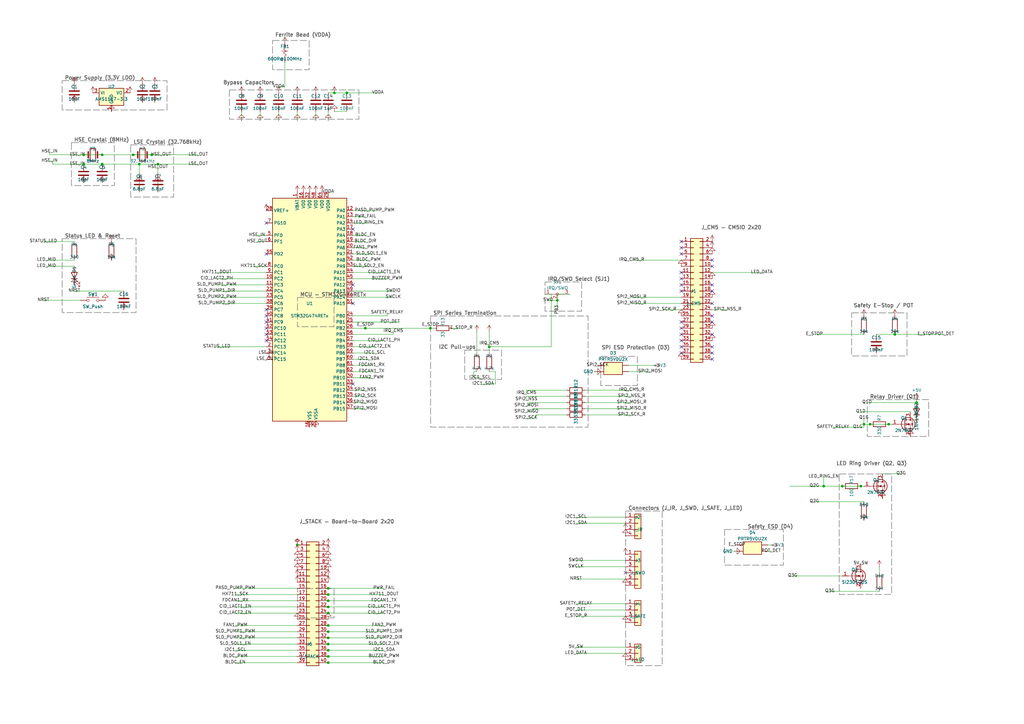
<source format=kicad_sch>
(kicad_sch (version 20250114) (generator "eeschema") (generator_version "9.0")
  (paper "A3")
  (title_block (title "Epicura Controller Board") (date "2026-02-21") (rev "4.1") (company "Epicura / Designed by Cyber_Lord"))
  (lib_symbols
    (symbol "Connector_Generic:Conn_01x02" (pin_names (offset 1.016) (hide yes))
      (property "Reference" "J" (at 0 2.54 0))
      (property "Value" "Conn_01x02" (at 0 -5.08 0))
      (symbol "Conn_01x02_1_1"
        (pin passive line (at -5.08 0 0) (length 3.81) (name "Pin_1") (number "1"))
        (pin passive line (at -5.08 -2.54 0) (length 3.81) (name "Pin_2") (number "2"))
      )
    )
    (symbol "Connector_Generic:Conn_01x03" (pin_names (offset 1.016) (hide yes))
      (property "Reference" "J" (at 0 5.08 0))
      (property "Value" "Conn_01x03" (at 0 -5.08 0))
      (symbol "Conn_01x03_1_1"
        (pin passive line (at -5.08 2.54 0) (length 3.81) (name "Pin_1") (number "1"))
        (pin passive line (at -5.08 0 0) (length 3.81) (name "Pin_2") (number "2"))
        (pin passive line (at -5.08 -2.54 0) (length 3.81) (name "Pin_3") (number "3"))
      )
    )
    (symbol "Connector_Generic:Conn_01x04" (pin_names (offset 1.016) (hide yes))
      (property "Reference" "J" (at 0 5.08 0))
      (property "Value" "Conn_01x04" (at 0 -7.62 0))
      (symbol "Conn_01x04_1_1"
        (pin passive line (at -5.08 2.54 0) (length 3.81) (name "Pin_1") (number "1"))
        (pin passive line (at -5.08 0 0) (length 3.81) (name "Pin_2") (number "2"))
        (pin passive line (at -5.08 -2.54 0) (length 3.81) (name "Pin_3") (number "3"))
        (pin passive line (at -5.08 -5.08 0) (length 3.81) (name "Pin_4") (number "4"))
      )
    )
    (symbol "Connector_Generic:Conn_01x06" (pin_names (offset 1.016) (hide yes))
      (property "Reference" "J" (at 0 7.62 0))
      (property "Value" "Conn_01x06" (at 0 -10.16 0))
      (symbol "Conn_01x06_1_1"
        (pin passive line (at -5.08 5.08 0) (length 3.81) (name "Pin_1") (number "1"))
        (pin passive line (at -5.08 2.54 0) (length 3.81) (name "Pin_2") (number "2"))
        (pin passive line (at -5.08 0 0) (length 3.81) (name "Pin_3") (number "3"))
        (pin passive line (at -5.08 -2.54 0) (length 3.81) (name "Pin_4") (number "4"))
        (pin passive line (at -5.08 -5.08 0) (length 3.81) (name "Pin_5") (number "5"))
        (pin passive line (at -5.08 -7.62 0) (length 3.81) (name "Pin_6") (number "6"))
      )
    )
    (symbol "Connector_Generic:Conn_02x05_Odd_Even" (pin_names (offset 1.02) (hide yes))
      (property "Reference" "J" (at 0 0 0))
      (property "Value" "Conn_02x05" (at 0 -2.54 0))
      (symbol "Conn_02x05_Odd_Even_1_1"
        (pin passive line (at -5.08 5.08 0) (length 3.81) (name "Pin_1") (number "1"))
        (pin passive line (at -5.08 2.54 0) (length 3.81) (name "Pin_3") (number "3"))
        (pin passive line (at -5.08 0 0) (length 3.81) (name "Pin_5") (number "5"))
        (pin passive line (at -5.08 -2.54 0) (length 3.81) (name "Pin_7") (number "7"))
        (pin passive line (at -5.08 -5.08 0) (length 3.81) (name "Pin_9") (number "9"))
        (pin passive line (at 7.62 5.08 180) (length 3.81) (name "Pin_2") (number "2"))
        (pin passive line (at 7.62 2.54 180) (length 3.81) (name "Pin_4") (number "4"))
        (pin passive line (at 7.62 0 180) (length 3.81) (name "Pin_6") (number "6"))
        (pin passive line (at 7.62 -2.54 180) (length 3.81) (name "Pin_8") (number "8"))
        (pin passive line (at 7.62 -5.08 180) (length 3.81) (name "Pin_10") (number "10"))
      )
    )
    (symbol "Connector_Generic:Conn_02x20_Odd_Even" (pin_names (offset 1.016) (hide yes))
      (property "Reference" "J" (at 1.27 25.4 0))
      (property "Value" "Conn_02x20_Odd_Even" (at 1.27 -27.94 0))
      (symbol "Conn_02x20_Odd_Even_1_1"
        (pin passive line (at -5.08 22.86 0) (length 3.81) (name "Pin_1") (number "1"))
        (pin passive line (at -5.08 20.32 0) (length 3.81) (name "Pin_3") (number "3"))
        (pin passive line (at -5.08 17.78 0) (length 3.81) (name "Pin_5") (number "5"))
        (pin passive line (at -5.08 15.24 0) (length 3.81) (name "Pin_7") (number "7"))
        (pin passive line (at -5.08 12.7 0) (length 3.81) (name "Pin_9") (number "9"))
        (pin passive line (at -5.08 10.16 0) (length 3.81) (name "Pin_11") (number "11"))
        (pin passive line (at -5.08 7.62 0) (length 3.81) (name "Pin_13") (number "13"))
        (pin passive line (at -5.08 5.08 0) (length 3.81) (name "Pin_15") (number "15"))
        (pin passive line (at -5.08 2.54 0) (length 3.81) (name "Pin_17") (number "17"))
        (pin passive line (at -5.08 0 0) (length 3.81) (name "Pin_19") (number "19"))
        (pin passive line (at -5.08 -2.54 0) (length 3.81) (name "Pin_21") (number "21"))
        (pin passive line (at -5.08 -5.08 0) (length 3.81) (name "Pin_23") (number "23"))
        (pin passive line (at -5.08 -7.62 0) (length 3.81) (name "Pin_25") (number "25"))
        (pin passive line (at -5.08 -10.16 0) (length 3.81) (name "Pin_27") (number "27"))
        (pin passive line (at -5.08 -12.7 0) (length 3.81) (name "Pin_29") (number "29"))
        (pin passive line (at -5.08 -15.24 0) (length 3.81) (name "Pin_31") (number "31"))
        (pin passive line (at -5.08 -17.78 0) (length 3.81) (name "Pin_33") (number "33"))
        (pin passive line (at -5.08 -20.32 0) (length 3.81) (name "Pin_35") (number "35"))
        (pin passive line (at -5.08 -22.86 0) (length 3.81) (name "Pin_37") (number "37"))
        (pin passive line (at -5.08 -25.4 0) (length 3.81) (name "Pin_39") (number "39"))
        (pin passive line (at 7.62 22.86 180) (length 3.81) (name "Pin_2") (number "2"))
        (pin passive line (at 7.62 20.32 180) (length 3.81) (name "Pin_4") (number "4"))
        (pin passive line (at 7.62 17.78 180) (length 3.81) (name "Pin_6") (number "6"))
        (pin passive line (at 7.62 15.24 180) (length 3.81) (name "Pin_8") (number "8"))
        (pin passive line (at 7.62 12.7 180) (length 3.81) (name "Pin_10") (number "10"))
        (pin passive line (at 7.62 10.16 180) (length 3.81) (name "Pin_12") (number "12"))
        (pin passive line (at 7.62 7.62 180) (length 3.81) (name "Pin_14") (number "14"))
        (pin passive line (at 7.62 5.08 180) (length 3.81) (name "Pin_16") (number "16"))
        (pin passive line (at 7.62 2.54 180) (length 3.81) (name "Pin_18") (number "18"))
        (pin passive line (at 7.62 0 180) (length 3.81) (name "Pin_20") (number "20"))
        (pin passive line (at 7.62 -2.54 180) (length 3.81) (name "Pin_22") (number "22"))
        (pin passive line (at 7.62 -5.08 180) (length 3.81) (name "Pin_24") (number "24"))
        (pin passive line (at 7.62 -7.62 180) (length 3.81) (name "Pin_26") (number "26"))
        (pin passive line (at 7.62 -10.16 180) (length 3.81) (name "Pin_28") (number "28"))
        (pin passive line (at 7.62 -12.7 180) (length 3.81) (name "Pin_30") (number "30"))
        (pin passive line (at 7.62 -15.24 180) (length 3.81) (name "Pin_32") (number "32"))
        (pin passive line (at 7.62 -17.78 180) (length 3.81) (name "Pin_34") (number "34"))
        (pin passive line (at 7.62 -20.32 180) (length 3.81) (name "Pin_36") (number "36"))
        (pin passive line (at 7.62 -22.86 180) (length 3.81) (name "Pin_38") (number "38"))
        (pin passive line (at 7.62 -25.4 180) (length 3.81) (name "Pin_40") (number "40"))
      )
    )
    (symbol "Device:C" (pin_numbers (hide yes)) (pin_names (offset 0.254))
      (property "Reference" "C" (at 0.635 2.54 0))
      (property "Value" "C" (at 0.635 -2.54 0))
      (symbol "C_1_1"
        (pin passive line (at 0 3.81 270) (length 2.794) (name "~") (number "1"))
        (pin passive line (at 0 -3.81 90) (length 2.794) (name "~") (number "2"))
      )
    )
    (symbol "Device:Crystal" (pin_numbers (hide yes)) (pin_names (offset 1.016) (hide yes))
      (property "Reference" "Y" (at 0 3.81 0))
      (property "Value" "Crystal" (at 0 -3.81 0))
      (symbol "Crystal_1_1"
        (pin passive line (at -3.81 0 0) (length 1.27) (name "1") (number "1"))
        (pin passive line (at 3.81 0 180) (length 1.27) (name "2") (number "2"))
      )
    )
    (symbol "Device:FerriteBead" (pin_numbers (hide yes)) (pin_names (offset 1.02) (hide yes))
      (property "Reference" "FB" (at 0 0 0))
      (property "Value" "FerriteBead" (at 0 -2.54 0))
      (symbol "FerriteBead_1_1"
        (pin passive line (at 0 3.81 270) (length 1.27) (name "~") (number "1"))
        (pin passive line (at 0 -3.81 90) (length 1.27) (name "~") (number "2"))
      )
    )
    (symbol "Device:LED" (pin_numbers (hide yes)) (pin_names (offset 1.016) (hide yes))
      (property "Reference" "D" (at 0 2.54 0))
      (property "Value" "LED" (at 0 -2.54 0))
      (symbol "LED_1_1"
        (pin passive line (at -3.81 0 0) (length 2.54) (name "K") (number "1"))
        (pin passive line (at 3.81 0 180) (length 2.54) (name "A") (number "2"))
      )
    )
    (symbol "Device:R" (pin_numbers (hide yes)) (pin_names (offset 0))
      (property "Reference" "R" (at 2.032 0 90))
      (property "Value" "R" (at 0 0 90))
      (symbol "R_1_1"
        (pin passive line (at 0 3.81 270) (length 1.27) (name "~") (number "1"))
        (pin passive line (at 0 -3.81 90) (length 1.27) (name "~") (number "2"))
      )
    )
    (symbol "Diode:1N4148WS" (pin_numbers (hide yes)) (pin_names (hide yes))
      (property "Reference" "D" (at 0 2.54 0))
      (property "Value" "1N4148WS" (at 0 -2.54 0))
      (symbol "1N4148WS_1_1"
        (pin passive line (at -3.81 0 0) (length 2.54) (name "K") (number "1"))
        (pin passive line (at 3.81 0 180) (length 2.54) (name "A") (number "2"))
      )
    )
    (symbol "Diode:PRTR5V0U2X" (pin_numbers (hide yes)) (pin_names (offset 1.016) (hide yes))
      (property "Reference" "D" (at 0 3.81 0))
      (property "Value" "PRTR5V0U2X" (at 0 -3.81 0))
      (symbol "PRTR5V0U2X_1_1"
        (pin passive line (at -6.35 1.27 0) (length 2.54) (name "IO1") (number "2"))
        (pin passive line (at -6.35 -1.27 0) (length 2.54) (name "GND") (number "1"))
        (pin passive line (at 6.35 1.27 180) (length 2.54) (name "VCC") (number "3"))
        (pin passive line (at 6.35 -1.27 180) (length 2.54) (name "IO2") (number "4"))
      )
    )
    (symbol "Jumper:SolderJumper_3_Open" (pin_names (offset 0) (hide yes)) (exclude_from_sim yes) (in_bom no)
      (property "Reference" "SJ" (at 0 3.81 0))
      (property "Value" "SolderJumper_3_Open" (at 0 -3.81 0))
      (symbol "SolderJumper_3_Open_1_1"
        (pin passive line (at -5.08 0 0) (length 2.54) (name "A") (number "1"))
        (pin passive line (at 0 -2.54 90) (length 2.54) (name "C") (number "2"))
        (pin passive line (at 5.08 0 180) (length 2.54) (name "B") (number "3"))
      )
    )
    (symbol "MCU_ST_STM32G4:STM32G474RETx"
      (property "Reference" "U" (at -15.24 46.99 0))
      (property "Value" "STM32G474RETx" (at 10.16 46.99 0))
      (symbol "STM32G474RETx_1_1"
        (pin input line (at -17.78 40.64 0) (length 2.54) (name "VREF+") (number "28"))
        (pin bidirectional line (at -17.78 35.56 0) (length 2.54) (name "PG10") (number "7"))
        (pin bidirectional line (at -17.78 30.48 0) (length 2.54) (name "PF0") (number "5"))
        (pin bidirectional line (at -17.78 27.94 0) (length 2.54) (name "PF1") (number "6"))
        (pin bidirectional line (at -17.78 22.86 0) (length 2.54) (name "PD2") (number "55"))
        (pin bidirectional line (at -17.78 17.78 0) (length 2.54) (name "PC0") (number "8"))
        (pin bidirectional line (at -17.78 15.24 0) (length 2.54) (name "PC1") (number "9"))
        (pin bidirectional line (at -17.78 12.7 0) (length 2.54) (name "PC2") (number "10"))
        (pin bidirectional line (at -17.78 10.16 0) (length 2.54) (name "PC3") (number "11"))
        (pin bidirectional line (at -17.78 7.62 0) (length 2.54) (name "PC4") (number "22"))
        (pin bidirectional line (at -17.78 5.08 0) (length 2.54) (name "PC5") (number "23"))
        (pin bidirectional line (at -17.78 2.54 0) (length 2.54) (name "PC6") (number "38"))
        (pin bidirectional line (at -17.78 0 0) (length 2.54) (name "PC7") (number "39"))
        (pin bidirectional line (at -17.78 -2.54 0) (length 2.54) (name "PC8") (number "40"))
        (pin bidirectional line (at -17.78 -5.08 0) (length 2.54) (name "PC9") (number "41"))
        (pin bidirectional line (at -17.78 -7.62 0) (length 2.54) (name "PC10") (number "52"))
        (pin bidirectional line (at -17.78 -10.16 0) (length 2.54) (name "PC11") (number "53"))
        (pin bidirectional line (at -17.78 -12.7 0) (length 2.54) (name "PC12") (number "54"))
        (pin bidirectional line (at -17.78 -15.24 0) (length 2.54) (name "PC13") (number "2"))
        (pin bidirectional line (at -17.78 -17.78 0) (length 2.54) (name "PC14") (number "3"))
        (pin bidirectional line (at -17.78 -20.32 0) (length 2.54) (name "PC15") (number "4"))
        (pin power_in line (at -5.08 48.26 270) (length 2.54) (name "VBAT") (number "1"))
        (pin power_in line (at -2.54 48.26 270) (length 2.54) (name "VDD") (number "16"))
        (pin power_in line (at 0 48.26 270) (length 2.54) (name "VDD") (number "32"))
        (pin power_in line (at 0 -48.26 90) (length 2.54) (name "VSS") (number "15"))
        (pin passive line (at 0 -48.26 90) (length 2.54) (hide yes) (name "VSS") (number "31"))
        (pin passive line (at 0 -48.26 90) (length 2.54) (hide yes) (name "VSS") (number "47"))
        (pin passive line (at 0 -48.26 90) (length 2.54) (hide yes) (name "VSS") (number "63"))
        (pin power_in line (at 2.54 48.26 270) (length 2.54) (name "VDD") (number "48"))
        (pin power_in line (at 2.54 -48.26 90) (length 2.54) (name "VSSA") (number "27"))
        (pin power_in line (at 5.08 48.26 270) (length 2.54) (name "VDD") (number "64"))
        (pin power_in line (at 7.62 48.26 270) (length 2.54) (name "VDDA") (number "29"))
        (pin bidirectional line (at 17.78 40.64 180) (length 2.54) (name "PA0") (number "12"))
        (pin bidirectional line (at 17.78 38.1 180) (length 2.54) (name "PA1") (number "13"))
        (pin bidirectional line (at 17.78 35.56 180) (length 2.54) (name "PA2") (number "14"))
        (pin bidirectional line (at 17.78 33.02 180) (length 2.54) (name "PA3") (number "17"))
        (pin bidirectional line (at 17.78 30.48 180) (length 2.54) (name "PA4") (number "18"))
        (pin bidirectional line (at 17.78 27.94 180) (length 2.54) (name "PA5") (number "19"))
        (pin bidirectional line (at 17.78 25.4 180) (length 2.54) (name "PA6") (number "20"))
        (pin bidirectional line (at 17.78 22.86 180) (length 2.54) (name "PA7") (number "21"))
        (pin bidirectional line (at 17.78 20.32 180) (length 2.54) (name "PA8") (number "42"))
        (pin bidirectional line (at 17.78 17.78 180) (length 2.54) (name "PA9") (number "43"))
        (pin bidirectional line (at 17.78 15.24 180) (length 2.54) (name "PA10") (number "44"))
        (pin bidirectional line (at 17.78 12.7 180) (length 2.54) (name "PA11") (number "45"))
        (pin bidirectional line (at 17.78 10.16 180) (length 2.54) (name "PA12") (number "46"))
        (pin bidirectional line (at 17.78 7.62 180) (length 2.54) (name "PA13") (number "49"))
        (pin bidirectional line (at 17.78 5.08 180) (length 2.54) (name "PA14") (number "50"))
        (pin bidirectional line (at 17.78 2.54 180) (length 2.54) (name "PA15") (number "51"))
        (pin bidirectional line (at 17.78 -2.54 180) (length 2.54) (name "PB0") (number "24"))
        (pin bidirectional line (at 17.78 -5.08 180) (length 2.54) (name "PB1") (number "25"))
        (pin bidirectional line (at 17.78 -7.62 180) (length 2.54) (name "PB2") (number "26"))
        (pin bidirectional line (at 17.78 -10.16 180) (length 2.54) (name "PB3") (number "56"))
        (pin bidirectional line (at 17.78 -12.7 180) (length 2.54) (name "PB4") (number "57"))
        (pin bidirectional line (at 17.78 -15.24 180) (length 2.54) (name "PB5") (number "58"))
        (pin bidirectional line (at 17.78 -17.78 180) (length 2.54) (name "PB6") (number "59"))
        (pin bidirectional line (at 17.78 -20.32 180) (length 2.54) (name "PB7") (number "60"))
        (pin bidirectional line (at 17.78 -22.86 180) (length 2.54) (name "PB8") (number "61"))
        (pin bidirectional line (at 17.78 -25.4 180) (length 2.54) (name "PB9") (number "62"))
        (pin bidirectional line (at 17.78 -27.94 180) (length 2.54) (name "PB10") (number "30"))
        (pin bidirectional line (at 17.78 -30.48 180) (length 2.54) (name "PB11") (number "33"))
        (pin bidirectional line (at 17.78 -33.02 180) (length 2.54) (name "PB12") (number "34"))
        (pin bidirectional line (at 17.78 -35.56 180) (length 2.54) (name "PB13") (number "35"))
        (pin bidirectional line (at 17.78 -38.1 180) (length 2.54) (name "PB14") (number "36"))
        (pin bidirectional line (at 17.78 -40.64 180) (length 2.54) (name "PB15") (number "37"))
      )
    )
    (symbol "Regulator_Linear:AMS1117-3.3"
      (property "Reference" "U" (at -3.81 3.175 0))
      (property "Value" "AMS1117-3.3" (at 0 3.175 0))
      (symbol "AMS1117-3.3_1_1"
        (pin power_in line (at -7.62 0 0) (length 2.54) (name "VI") (number "3"))
        (pin power_in line (at 0 -7.62 90) (length 2.54) (name "GND") (number "1"))
        (pin power_out line (at 7.62 0 180) (length 2.54) (name "VO") (number "2"))
      )
    )
    (symbol "Switch:SW_Push" (pin_numbers (hide yes)) (pin_names (offset 1.016) (hide yes))
      (property "Reference" "SW" (at 1.27 2.54 0))
      (property "Value" "SW_Push" (at 0 -1.524 0))
      (symbol "SW_Push_0_1"
        (pin passive line (at -5.08 0 0) (length 2.54) (name "1") (number "1"))
        (pin passive line (at 5.08 0 180) (length 2.54) (name "2") (number "2"))
      )
    )
    (symbol "Transistor_FET:2N7002" (pin_names (offset 0) (hide yes))
      (property "Reference" "Q" (at 5.08 1.905 0))
      (property "Value" "2N7002" (at 5.08 0 0))
      (symbol "2N7002_1_1"
        (pin input line (at -5.08 0 0) (length 2.54) (name "G") (number "1"))
        (pin passive line (at 2.54 5.08 270) (length 2.54) (name "D") (number "3"))
        (pin passive line (at 2.54 -5.08 90) (length 2.54) (name "S") (number "2"))
      )
    )
    (symbol "power:+24V" (power) (pin_numbers (hide yes)) (pin_names (offset 0) (hide yes))
      (property "Value" "+24V" (at 0 3.556 0))
      (symbol "+24V_1_1"
        (pin power_in line (at 0 0 90) (length 0) (name "~") (number "1"))
      )
    )
    (symbol "power:+3V3" (power) (pin_numbers (hide yes)) (pin_names (offset 0) (hide yes))
      (property "Value" "+3V3" (at 0 3.556 0))
      (symbol "+3V3_1_1"
        (pin power_in line (at 0 0 90) (length 0) (name "~") (number "1"))
      )
    )
    (symbol "power:+5V" (power) (pin_numbers (hide yes)) (pin_names (offset 0) (hide yes))
      (property "Value" "+5V" (at 0 3.556 0))
      (symbol "+5V_1_1"
        (pin power_in line (at 0 0 90) (length 0) (name "~") (number "1"))
      )
    )
    (symbol "power:GND" (power) (pin_numbers (hide yes)) (pin_names (offset 0) (hide yes))
      (property "Value" "GND" (at 0 -3.81 0))
      (symbol "GND_1_1"
        (pin power_in line (at 0 0 270) (length 0) (name "~") (number "1"))
      )
    )
    (symbol "power:PWR_FLAG" (power) (pin_numbers (hide yes)) (pin_names (offset 0) (hide yes))
      (property "Value" "PWR_FLAG" (at 0 3.81 0))
      (symbol "PWR_FLAG_0_0"
        (pin power_out line (at 0 0 90) (length 0) (name "~") (number "1"))
      )
    )
  )
  (rectangle (start 94.1 36.9) (end 147.2 48.9) (stroke (width 0.25) (type dash) (color 128 128 128 1)))
  (rectangle (start 344.2 194.4) (end 365.7 243.8) (stroke (width 0.25) (type dash) (color 128 128 128 1)))
  (rectangle (start 349.3 128.3) (end 372 146) (stroke (width 0.25) (type dash) (color 128 128 128 1)))
  (rectangle (start 176.6 129.6) (end 241.2 175.2) (stroke (width 0.25) (type dash) (color 128 128 128 1)))
  (rectangle (start 53.61 59.42) (end 71.21 80.82) (stroke (width 0.25) (type dash) (color 128 128 128 1)))
  (rectangle (start 25.5 97.9) (end 55.8 128.2) (stroke (width 0.25) (type dash) (color 128 128 128 1)))
  (rectangle (start 25.5 33.1) (end 68.5 45.1) (stroke (width 0.25) (type dash) (color 128 128 128 1)))
  (rectangle (start 122 122) (end 137 134) (stroke (width 0.25) (type dash) (color 128 128 128 1)))
  (rectangle (start 122 241.4) (end 137 253.4) (stroke (width 0.25) (type dash) (color 128 128 128 1)))
  (rectangle (start 297.18 217.17) (end 321.31 231.8) (stroke (width 0.25) (type dash) (color 128 128 128 1)))
  (rectangle (start 29.3 58.5) (end 46.9 76.1) (stroke (width 0.25) (type dash) (color 128 128 128 1)))
  (rectangle (start 355.7 163.9) (end 380.9 179) (stroke (width 0.25) (type dash) (color 128 128 128 1)))
  (rectangle (start 246.41 146.13) (end 261.41 158.13) (stroke (width 0.25) (type dash) (color 128 128 128 1)))
  (rectangle (start 111.8 16.6) (end 126.8 28.6) (stroke (width 0.25) (type dash) (color 128 128 128 1)))
  (rectangle (start 256.6 209.6) (end 271.6 273) (stroke (width 0.25) (type dash) (color 128 128 128 1)))
  (rectangle (start 190.6 143.6) (end 205.7 155.6) (stroke (width 0.25) (type dash) (color 128 128 128 1)))
  (rectangle (start 223.55 115.63) (end 238.55 127.63) (stroke (width 0.25) (type dash) (color 128 128 128 1)))
  (text "Bypass Capacitors" (at 91.44 34.036 0) (effects (font (size 1.5 1.5) (bold yes)) (justify left)))
  (text "I2C Pull-ups" (at 179.832 142.494 0) (effects (font (size 1.5 1.5) (bold yes)) (justify left)))
  (text "Ferrite Bead (VDDA)" (at 112.776 14.478 0) (effects (font (size 1.5 1.5) (bold yes)) (justify left)))
  (text "SPI Series Termination" (at 177.6 128.6 0) (effects (font (size 1.5 1.5) (bold yes)) (justify left)))
  (text "LED Ring Driver (Q2, Q3)" (at 342.9 190.246 0) (effects (font (size 1.5 1.5) (bold yes)) (justify left)))
  (text "IRQ/SWO Select (SJ1)" (at 224.55 114.63 0) (effects (font (size 1.5 1.5) (bold yes)) (justify left)))
  (text "SPI ESD Protection (D3)" (at 246.634 142.748 0) (effects (font (size 1.5 1.5) (bold yes)) (justify left)))
  (text "HSE Crystal (8MHz)" (at 30.3 57.5 0) (effects (font (size 1.5 1.5) (bold yes)) (justify left)))
  (text "Safety ESD (D4)" (at 306.578 216.154 0) (effects (font (size 1.5 1.5) (bold yes)) (justify left)))
  (text "Safety E-Stop / POT" (at 350.012 125.476 0) (effects (font (size 1.5 1.5) (bold yes)) (justify left)))
  (text "Status LED & Reset" (at 26.5 96.9 0) (effects (font (size 1.5 1.5) (bold yes)) (justify left)))
  (text "J_STACK — Board-to-Board 2x20" (at 122.682 214.122 0) (effects (font (size 1.5 1.5) (bold yes)) (justify left)))
  (text "J_CM5 — CM5IO 2x20" (at 287.528 93.472 0) (effects (font (size 1.5 1.5) (bold yes)) (justify left)))
  (text "Connectors (J_IR, J_SWD, J_SAFE, J_LED)" (at 257.6 208.6 0) (effects (font (size 1.5 1.5) (bold yes)) (justify left)))
  (text "MCU — STM32G474RETx" (at 123 121 0) (effects (font (size 1.5 1.5) (bold yes)) (justify left)))
  (text "Relay Driver (Q1)" (at 356.7 162.9 0) (effects (font (size 1.5 1.5) (bold yes)) (justify left)))
  (text "LSE Crystal (32.768kHz)" (at 54.61 58.42 0) (effects (font (size 1.5 1.5) (bold yes)) (justify left)))
  (text "Power Supply (3.3V LDO)" (at 26.5 32.1 0) (effects (font (size 1.5 1.5) (bold yes)) (justify left)))
  (junction (at 134.62 241.3))
  (junction (at 149.86 134.62))
  (junction (at 176.53 134.62))
  (junction (at 353.06 199.39))
  (junction (at 134.62 261.62))
  (junction (at 364.49 173.99))
  (junction (at 354.33 173.99))
  (junction (at 134.62 246.38))
  (junction (at 137.16 38.1))
  (junction (at 134.62 269.24))
  (junction (at 134.62 266.7))
  (junction (at 57.15 67.31))
  (junction (at 134.62 251.46))
  (junction (at 367.03 137.16))
  (junction (at 142.24 38.1))
  (junction (at 134.62 271.78))
  (junction (at 356.87 173.99))
  (junction (at 134.62 256.54))
  (junction (at 64.77 67.31))
  (junction (at 41.91 67.31))
  (junction (at 375.92 165.1))
  (junction (at 200.66 142.24))
  (junction (at 62.23 63.5))
  (junction (at 34.29 63.5))
  (junction (at 337.82 199.39))
  (junction (at 134.62 264.16))
  (junction (at 34.29 67.31))
  (junction (at 134.62 248.92))
  (junction (at 54.61 63.5))
  (junction (at 121.92 223.52))
  (junction (at 134.62 259.08))
  (junction (at 41.91 63.5))
  (junction (at 134.62 243.84))
  (junction (at 228.6 123.19))
  (junction (at 345.44 199.39))
  (no_connect (at 279.4 114.3))
  (no_connect (at 279.4 119.38))
  (no_connect (at 292.1 124.46))
  (no_connect (at 279.4 116.84))
  (no_connect (at 144.78 93.98))
  (no_connect (at 279.4 99.06))
  (no_connect (at 279.4 134.62))
  (no_connect (at 109.22 139.7))
  (no_connect (at 292.1 137.16))
  (no_connect (at 109.22 129.54))
  (no_connect (at 292.1 109.22))
  (no_connect (at 109.22 132.08))
  (no_connect (at 279.4 111.76))
  (no_connect (at 279.4 144.78))
  (no_connect (at 292.1 147.32))
  (no_connect (at 109.22 137.16))
  (no_connect (at 109.22 104.14))
  (no_connect (at 279.4 142.24))
  (no_connect (at 109.22 127))
  (no_connect (at 279.4 101.6))
  (no_connect (at 292.1 106.68))
  (no_connect (at 279.4 137.16))
  (no_connect (at 279.4 104.14))
  (no_connect (at 144.78 157.48))
  (no_connect (at 279.4 132.08))
  (no_connect (at 256.54 234.95))
  (no_connect (at 292.1 119.38))
  (no_connect (at 292.1 129.54))
  (no_connect (at 144.78 124.46))
  (no_connect (at 292.1 132.08))
  (no_connect (at 292.1 142.24))
  (no_connect (at 292.1 116.84))
  (no_connect (at 109.22 134.62))
  (no_connect (at 292.1 144.78))
  (no_connect (at 144.78 116.84))
  (no_connect (at 109.22 91.44))
  (no_connect (at 279.4 139.7))
  (wire (pts (xy 105.41 99.06) (xy 109.22 99.06)))
  (wire (pts (xy 57.15 67.31) (xy 64.77 67.31)))
  (wire (pts (xy 151.13 147.32) (xy 144.78 147.32)))
  (wire (pts (xy 121.92 246.38) (xy 96.52 246.38)))
  (wire (pts (xy 256.54 267.97) (xy 236.22 267.97)))
  (wire (pts (xy 64.77 67.31) (xy 64.77 71.12)))
  (wire (pts (xy 30.48 106.68) (xy 19.05 106.68)))
  (wire (pts (xy 152.4 104.14) (xy 144.78 104.14)))
  (wire (pts (xy 121.92 269.24) (xy 96.52 269.24)))
  (wire (pts (xy 257.81 149.86) (xy 267.97 149.86)))
  (wire (pts (xy 144.78 121.92) (xy 161.29 121.92)))
  (wire (pts (xy 218.44 167.64) (xy 232.41 167.64)))
  (wire (pts (xy 256.54 232.41) (xy 236.22 232.41)))
  (wire (pts (xy 41.91 63.5) (xy 54.61 63.5)))
  (wire (pts (xy 256.54 252.73) (xy 236.22 252.73)))
  (wire (pts (xy 195.58 152.4) (xy 194.31 152.4)))
  (wire (pts (xy 323.85 199.39) (xy 337.82 199.39)))
  (wire (pts (xy 144.78 139.7) (xy 157.48 139.7)))
  (wire (pts (xy 314.96 223.52) (xy 316.26 223.52)))
  (wire (pts (xy 152.4 149.86) (xy 144.78 149.86)))
  (wire (pts (xy 158.75 128.27) (xy 158.75 129.54)))
  (wire (pts (xy 217.17 166.37) (xy 217.17 165.1)))
  (wire (pts (xy 375.92 163.83) (xy 375.92 165.1)))
  (wire (pts (xy 203.2 157.48) (xy 198.12 157.48)))
  (wire (pts (xy 243.84 152.4) (xy 245.11 152.4)))
  (wire (pts (xy 144.78 142.24) (xy 153.67 142.24)))
  (wire (pts (xy 200.66 142.24) (xy 226.06 142.24)))
  (wire (pts (xy 144.78 111.76) (xy 157.48 111.76)))
  (wire (pts (xy 64.77 67.31) (xy 81.28 67.31)))
  (wire (pts (xy 132.08 256.54) (xy 134.62 256.54)))
  (wire (pts (xy 121.92 248.92) (xy 96.52 248.92)))
  (wire (pts (xy 21.59 67.31) (xy 34.29 67.31)))
  (wire (pts (xy 151.13 106.68) (xy 144.78 106.68)))
  (wire (pts (xy 337.82 195.58) (xy 337.82 199.39)))
  (wire (pts (xy 223.52 120.65) (xy 226.06 120.65)))
  (wire (pts (xy 20.32 62.23) (xy 20.32 63.5)))
  (wire (pts (xy 106.68 45.72) (xy 106.68 49.53)))
  (wire (pts (xy 134.62 248.92) (xy 157.48 248.92)))
  (wire (pts (xy 121.92 259.08) (xy 96.52 259.08)))
  (wire (pts (xy 134.62 261.62) (xy 157.48 261.62)))
  (wire (pts (xy 240.03 165.1) (xy 259.08 165.1)))
  (wire (pts (xy 142.24 45.72) (xy 137.16 45.72)))
  (wire (pts (xy 153.67 144.78) (xy 144.78 144.78)))
  (wire (pts (xy 364.49 173.99) (xy 365.76 173.99)))
  (wire (pts (xy 149.86 165.1) (xy 144.78 165.1)))
  (wire (pts (xy 54.61 63.5) (xy 62.23 63.5)))
  (wire (pts (xy 203.2 157.48) (xy 203.2 152.4)))
  (wire (pts (xy 152.4 152.4) (xy 144.78 152.4)))
  (wire (pts (xy 134.62 259.08) (xy 157.48 259.08)))
  (wire (pts (xy 144.78 132.08) (xy 163.83 132.08)))
  (wire (pts (xy 375.92 165.1) (xy 355.6 165.1)))
  (wire (pts (xy 215.9 161.29) (xy 215.9 160.02)))
  (wire (pts (xy 292.1 111.76) (xy 312.42 111.76)))
  (wire (pts (xy 316.26 226.06) (xy 314.96 226.06)))
  (wire (pts (xy 353.06 199.39) (xy 354.33 199.39)))
  (wire (pts (xy 64.77 78.74) (xy 64.77 74.93)))
  (wire (pts (xy 158.75 129.54) (xy 144.78 129.54)))
  (wire (pts (xy 228.6 123.19) (xy 224.79 123.19)))
  (wire (pts (xy 134.62 243.84) (xy 157.48 243.84)))
  (wire (pts (xy 233.68 120.65) (xy 228.6 120.65)))
  (wire (pts (xy 132.08 266.7) (xy 134.62 266.7)))
  (wire (pts (xy 228.6 120.65) (xy 228.6 123.19)))
  (wire (pts (xy 361.95 194.31) (xy 369.57 194.31)))
  (wire (pts (xy 109.22 121.92) (xy 88.9 121.92)))
  (wire (pts (xy 134.62 266.7) (xy 157.48 266.7)))
  (wire (pts (xy 30.48 99.06) (xy 17.78 99.06)))
  (wire (pts (xy 30.48 109.22) (xy 19.05 109.22)))
  (wire (pts (xy 354.33 171.45) (xy 354.33 173.99)))
  (wire (pts (xy 218.44 168.91) (xy 218.44 167.64)))
  (wire (pts (xy 271.78 127) (xy 279.4 127)))
  (wire (pts (xy 256.54 265.43) (xy 236.22 265.43)))
  (wire (pts (xy 151.13 109.22) (xy 144.78 109.22)))
  (wire (pts (xy 356.87 173.99) (xy 364.49 173.99)))
  (wire (pts (xy 375.92 165.1) (xy 375.92 172.72)))
  (wire (pts (xy 149.86 88.9) (xy 144.78 88.9)))
  (wire (pts (xy 345.44 199.39) (xy 353.06 199.39)))
  (wire (pts (xy 121.92 271.78) (xy 96.52 271.78)))
  (wire (pts (xy 134.62 251.46) (xy 157.48 251.46)))
  (wire (pts (xy 354.33 137.16) (xy 334.01 137.16)))
  (wire (pts (xy 149.86 134.62) (xy 176.53 134.62)))
  (wire (pts (xy 149.86 133.35) (xy 149.86 134.62)))
  (wire (pts (xy 144.78 114.3) (xy 158.75 114.3)))
  (wire (pts (xy 341.63 175.26) (xy 354.33 175.26)))
  (wire (pts (xy 151.13 91.44) (xy 144.78 91.44)))
  (wire (pts (xy 132.08 264.16) (xy 134.62 264.16)))
  (wire (pts (xy 200.66 135.89) (xy 200.66 142.24)))
  (wire (pts (xy 132.08 246.38) (xy 134.62 246.38)))
  (wire (pts (xy 132.08 259.08) (xy 134.62 259.08)))
  (wire (pts (xy 200.66 142.24) (xy 200.66 144.78)))
  (wire (pts (xy 104.14 109.22) (xy 109.22 109.22)))
  (wire (pts (xy 185.42 134.62) (xy 189.23 134.62)))
  (wire (pts (xy 57.15 78.74) (xy 57.15 74.93)))
  (wire (pts (xy 109.22 116.84) (xy 88.9 116.84)))
  (wire (pts (xy 50.8 119.38) (xy 30.48 119.38)))
  (wire (pts (xy 226.06 120.65) (xy 226.06 142.24)))
  (wire (pts (xy 132.08 243.84) (xy 134.62 243.84)))
  (wire (pts (xy 219.71 170.18) (xy 232.41 170.18)))
  (wire (pts (xy 149.86 160.02) (xy 144.78 160.02)))
  (wire (pts (xy 134.62 241.3) (xy 157.48 241.3)))
  (wire (pts (xy 256.54 247.65) (xy 236.22 247.65)))
  (wire (pts (xy 194.31 154.94) (xy 196.85 154.94)))
  (wire (pts (xy 132.08 271.78) (xy 134.62 271.78)))
  (wire (pts (xy 240.03 167.64) (xy 259.08 167.64)))
  (wire (pts (xy 334.01 205.74) (xy 354.33 205.74)))
  (wire (pts (xy 142.24 38.1) (xy 154.94 38.1)))
  (wire (pts (xy 109.22 119.38) (xy 88.9 119.38)))
  (wire (pts (xy 132.08 269.24) (xy 134.62 269.24)))
  (wire (pts (xy 340.36 242.57) (xy 360.68 242.57)))
  (wire (pts (xy 121.92 243.84) (xy 96.52 243.84)))
  (wire (pts (xy 116.84 35.56) (xy 114.3 35.56)))
  (wire (pts (xy 279.4 121.92) (xy 259.08 121.92)))
  (wire (pts (xy 121.92 264.16) (xy 96.52 264.16)))
  (wire (pts (xy 337.82 199.39) (xy 345.44 199.39)))
  (wire (pts (xy 134.62 246.38) (xy 157.48 246.38)))
  (wire (pts (xy 109.22 142.24) (xy 88.9 142.24)))
  (wire (pts (xy 219.71 171.45) (xy 215.9 171.45)))
  (wire (pts (xy 279.4 124.46) (xy 259.08 124.46)))
  (wire (pts (xy 152.4 154.94) (xy 144.78 154.94)))
  (wire (pts (xy 134.62 271.78) (xy 157.48 271.78)))
  (wire (pts (xy 176.53 134.62) (xy 177.8 134.62)))
  (wire (pts (xy 149.86 96.52) (xy 144.78 96.52)))
  (wire (pts (xy 134.62 256.54) (xy 157.48 256.54)))
  (wire (pts (xy 360.68 234.95) (xy 360.68 232.41)))
  (wire (pts (xy 121.92 45.72) (xy 121.92 49.53)))
  (wire (pts (xy 109.22 111.76) (xy 88.9 111.76)))
  (wire (pts (xy 99.06 45.72) (xy 99.06 49.53)))
  (wire (pts (xy 203.2 152.4) (xy 200.66 152.4)))
  (wire (pts (xy 121.92 266.7) (xy 96.52 266.7)))
  (wire (pts (xy 116.84 25.4) (xy 116.84 35.56)))
  (wire (pts (xy 121.92 256.54) (xy 96.52 256.54)))
  (wire (pts (xy 21.59 66.04) (xy 20.32 66.04)))
  (wire (pts (xy 41.91 67.31) (xy 57.15 67.31)))
  (wire (pts (xy 367.03 137.16) (xy 387.35 137.16)))
  (wire (pts (xy 161.29 137.16) (xy 144.78 137.16)))
  (wire (pts (xy 134.62 38.1) (xy 137.16 38.1)))
  (wire (pts (xy 132.08 248.92) (xy 134.62 248.92)))
  (wire (pts (xy 256.54 250.19) (xy 236.22 250.19)))
  (wire (pts (xy 215.9 163.83) (xy 215.9 162.56)))
  (wire (pts (xy 215.9 160.02) (xy 232.41 160.02)))
  (wire (pts (xy 279.4 106.68) (xy 259.08 106.68)))
  (wire (pts (xy 301.02 226.06) (xy 302.26 226.06)))
  (wire (pts (xy 149.86 99.06) (xy 144.78 99.06)))
  (wire (pts (xy 219.71 171.45) (xy 219.71 170.18)))
  (wire (pts (xy 109.22 114.3) (xy 88.9 114.3)))
  (wire (pts (xy 121.92 261.62) (xy 96.52 261.62)))
  (wire (pts (xy 121.92 251.46) (xy 96.52 251.46)))
  (wire (pts (xy 373.38 168.91) (xy 353.06 168.91)))
  (wire (pts (xy 132.08 251.46) (xy 134.62 251.46)))
  (wire (pts (xy 149.86 162.56) (xy 144.78 162.56)))
  (wire (pts (xy 161.29 135.89) (xy 161.29 137.16)))
  (wire (pts (xy 153.67 86.36) (xy 144.78 86.36)))
  (wire (pts (xy 144.78 119.38) (xy 161.29 119.38)))
  (wire (pts (xy 257.81 152.4) (xy 266.7 152.4)))
  (wire (pts (xy 345.44 236.22) (xy 325.12 236.22)))
  (wire (pts (xy 62.23 63.5) (xy 81.28 63.5)))
  (wire (pts (xy 109.22 124.46) (xy 88.9 124.46)))
  (wire (pts (xy 194.31 154.94) (xy 194.31 152.4)))
  (wire (pts (xy 359.41 137.16) (xy 367.03 137.16)))
  (wire (pts (xy 134.62 45.72) (xy 134.62 49.53)))
  (wire (pts (xy 354.33 175.26) (xy 354.33 173.99)))
  (wire (pts (xy 134.62 269.24) (xy 157.48 269.24)))
  (wire (pts (xy 34.29 63.5) (xy 41.91 63.5)))
  (wire (pts (xy 21.59 66.04) (xy 21.59 67.31)))
  (wire (pts (xy 228.6 123.19) (xy 228.6 127)))
  (wire (pts (xy 215.9 162.56) (xy 232.41 162.56)))
  (wire (pts (xy 121.92 241.3) (xy 96.52 241.3)))
  (wire (pts (xy 114.3 45.72) (xy 114.3 49.53)))
  (wire (pts (xy 34.29 67.31) (xy 41.91 67.31)))
  (wire (pts (xy 217.17 166.37) (xy 215.9 166.37)))
  (wire (pts (xy 256.54 229.87) (xy 236.22 229.87)))
  (wire (pts (xy 129.54 45.72) (xy 129.54 49.53)))
  (wire (pts (xy 240.03 162.56) (xy 259.08 162.56)))
  (wire (pts (xy 217.17 165.1) (xy 232.41 165.1)))
  (wire (pts (xy 132.08 241.3) (xy 134.62 241.3)))
  (wire (pts (xy 218.44 168.91) (xy 215.9 168.91)))
  (wire (pts (xy 240.03 160.02) (xy 259.08 160.02)))
  (wire (pts (xy 134.62 264.16) (xy 157.48 264.16)))
  (wire (pts (xy 142.24 38.1) (xy 137.16 38.1)))
  (wire (pts (xy 132.08 261.62) (xy 134.62 261.62)))
  (wire (pts (xy 57.15 71.12) (xy 57.15 67.31)))
  (wire (pts (xy 105.41 96.52) (xy 109.22 96.52)))
  (wire (pts (xy 149.86 101.6) (xy 144.78 101.6)))
  (wire (pts (xy 149.86 167.64) (xy 144.78 167.64)))
  (wire (pts (xy 195.58 144.78) (xy 195.58 135.89)))
  (wire (pts (xy 240.03 170.18) (xy 259.08 170.18)))
  (wire (pts (xy 144.78 134.62) (xy 149.86 134.62)))
  (wire (pts (xy 298.45 127) (xy 292.1 127)))
  (wire (pts (xy 33.02 123.19) (xy 17.78 123.19)))
  (wire (pts (xy 176.53 133.35) (xy 176.53 134.62)))
  (wire (pts (xy 256.54 214.63) (xy 236.22 214.63)))
  (wire (pts (xy 20.32 63.5) (xy 34.29 63.5)))
  (wire (pts (xy 256.54 237.49) (xy 236.22 237.49)))
  (wire (pts (xy 354.33 173.99) (xy 356.87 173.99)))
  (wire (pts (xy 256.54 212.09) (xy 236.22 212.09)))
  (label "SWCLK" (at 161.29 121.92 0))
  (label "E_STOP" (at 379.73 137.16 0))
  (label "NRST" (at 17.78 123.19 0))
  (label "Q2G" (at 334.01 199.39 0))
  (label "LSE_OUT" (at 81.28 63.5 0))
  (label "VDDA" (at 134.62 78.74 0))
  (label "I2C1_SDA" (at 198.12 157.48 0))
  (label "BLDC_DIR" (at 157.48 271.78 0))
  (label "SPI2_MISO" (at 149.86 165.1 0))
  (label "I2C1_SDA" (at 236.22 214.63 0))
  (label "FDCAN1_RX" (at 96.52 246.38 0))
  (label "IRQ_CM5" (at 200.66 140.97 0))
  (label "Q3G" (at 340.36 242.57 0))
  (label "SPI2_NSS" (at 215.9 163.83 0))
  (label "IRQ_CM5" (at 161.29 135.89 0))
  (label "SWO" (at 224.79 123.19 0))
  (label "Q3G" (at 325.12 236.22 0))
  (label "CID_LACT1_PH" (at 157.48 139.7 0))
  (label "BLDC_EN" (at 96.52 271.78 0))
  (label "FAN1_PWM" (at 96.52 256.54 0))
  (label "IRQ_CM5_R" (at 259.08 106.68 0))
  (label "HSE_IN" (at 20.32 66.04 0))
  (label "HX711_DOUT" (at 157.48 243.84 0))
  (label "SPI2_MOSI" (at 149.86 167.64 0))
  (label "NRST" (at 236.22 237.49 0))
  (label "CID_LACT1_PH" (at 157.48 248.92 0))
  (label "POT_DET" (at 160.02 132.08 0))
  (label "SPI2_SCK" (at 245.11 149.86 0))
  (label "LED_MID" (at 19.05 109.22 0))
  (label "Q1G" (at 354.33 171.45 0))
  (label "LED_DATA" (at 236.22 267.97 0))
  (label "FDCAN1_TX" (at 152.4 152.4 0))
  (label "HSE_OUT" (at 105.41 99.06 0))
  (label "SPI2_MOSI_R" (at 259.08 165.1 0))
  (label "SPI2_NSS" (at 149.86 160.02 0))
  (label "HSE_OUT" (at 66.04 63.5 0))
  (label "SLD_SOL2_EN" (at 157.48 264.16 0))
  (label "SLD_SOL2_EN" (at 151.13 109.22 0))
  (label "VDDA" (at 114.3 35.56 0))
  (label "SAFETY_RELAY" (at 236.22 247.65 0))
  (label "CID_LACT2_PH" (at 157.48 251.46 0))
  (label "CID_LACT2_PH" (at 88.9 114.3 0))
  (label "CID_LACT2_EN" (at 153.67 142.24 0))
  (label "I2C1_SCL" (at 96.52 266.7 0))
  (label "E_STOP" (at 176.53 133.35 0))
  (label "LED_MID" (at 19.05 106.68 0))
  (label "SLD_SOL1_EN" (at 152.4 104.14 0))
  (label "CID_LACT1_EN" (at 96.52 248.92 0))
  (label "SWDIO" (at 236.22 229.87 0))
  (label "BUZZER_PWM" (at 158.75 114.3 0))
  (label "IRQ_CM5" (at 215.9 161.29 0))
  (label "I2C1_SCL" (at 153.67 144.78 0))
  (label "POT_DET" (at 387.35 137.16 0))
  (label "E_STOP_R" (at 189.23 134.62 0))
  (label "BLDC_PWM" (at 96.52 269.24 0))
  (label "LED_DATA" (at 312.42 111.76 0))
  (label "FAN2_PWM" (at 152.4 154.94 0))
  (label "Q2G" (at 334.01 205.74 0))
  (label "SWDIO" (at 161.29 119.38 0))
  (label "SLD_PUMP1_DIR" (at 157.48 259.08 0))
  (label "HX711_DOUT" (at 88.9 111.76 0))
  (label "SLD_PUMP1_DIR" (at 88.9 119.38 0))
  (label "IRQ_CM5_R" (at 259.08 160.02 0))
  (label "5V_SW" (at 236.22 265.43 0))
  (label "FAN1_PWM" (at 149.86 101.6 0))
  (label "5V_SW" (at 353.06 231.14 0))
  (label "SPI2_MOSI_R" (at 259.08 121.92 0))
  (label "BLDC_EN" (at 149.86 96.52 0))
  (label "PB3" (at 228.6 127 90))
  (label "SPI2_SCK" (at 149.86 162.56 0))
  (label "FAN2_PWM" (at 157.48 256.54 0))
  (label "PASD_PUMP_PWM" (at 153.67 86.36 0))
  (label "SLD_PUMP2_DIR" (at 157.48 261.62 0))
  (label "PWR_FAIL" (at 157.48 241.3 0))
  (label "SLD_PUMP2_DIR" (at 88.9 124.46 0))
  (label "Q1D" (at 353.06 168.91 0))
  (label "SLD_PUMP2_PWM" (at 96.52 261.62 0))
  (label "HSE_IN" (at 20.32 62.23 0))
  (label "SLD_PUMP1_PWM" (at 88.9 116.84 0))
  (label "BUZZER_PWM" (at 157.48 269.24 0))
  (label "NRST" (at 30.48 119.38 0))
  (label "SPI2_SCK" (at 215.9 171.45 0))
  (label "HSE_IN" (at 105.41 96.52 0))
  (label "SWCLK" (at 236.22 232.41 0))
  (label "POT_DET" (at 316.26 226.06 0))
  (label "I2C1_SDA" (at 157.48 266.7 0))
  (label "SLD_SOL1_EN" (at 96.52 264.16 0))
  (label "BLDC_DIR" (at 149.86 99.06 0))
  (label "SPI2_NSS_R" (at 259.08 162.56 0))
  (label "CID_LACT1_EN" (at 157.48 111.76 0))
  (label "SPI2_SCK_R" (at 271.78 127 0))
  (label "CID_LACT2_EN" (at 96.52 251.46 0))
  (label "SAFETY_RELAY" (at 341.63 175.26 0))
  (label "HX711_SCK" (at 104.14 109.22 0))
  (label "PASD_PUMP_PWM" (at 96.52 241.3 0))
  (label "FDCAN1_RX" (at 152.4 149.86 0))
  (label "LSE_IN" (at 31.75 67.31 0))
  (label "I2C1_SCL" (at 196.85 154.94 0))
  (label "E_STOP" (at 302.26 223.52 0))
  (label "E_STOP" (at 149.86 133.35 0))
  (label "Q1G" (at 351.79 175.26 0))
  (label "SPI2_MOSI" (at 266.7 152.4 0))
  (label "LSE_OUT" (at 81.28 67.31 0))
  (label "Q1D" (at 355.6 165.1 0))
  (label "STATUS_LED" (at 17.78 99.06 0))
  (label "SLD_PUMP2_PWM" (at 88.9 121.92 0))
  (label "E_STOP_R" (at 236.22 252.73 0))
  (label "SPI2_MISO_R" (at 259.08 167.64 0))
  (label "SPI2_MISO" (at 215.9 168.91 0))
  (label "Q3G" (at 369.57 194.31 0))
  (label "LED_RING_EN" (at 151.13 91.44 0))
  (label "LSE_IN" (at 31.75 63.5 0))
  (label "E_STOP" (at 334.01 137.16 0))
  (label "I2C1_SCL" (at 236.22 212.09 0))
  (label "BLDC_PWM" (at 151.13 106.68 0))
  (label "HX711_SCK" (at 96.52 243.84 0))
  (label "SLD_PUMP1_PWM" (at 96.52 259.08 0))
  (label "PWR_FAIL" (at 149.86 88.9 0))
  (label "SPI2_MOSI" (at 215.9 166.37 0))
  (label "POT_DET" (at 236.22 250.19 0))
  (label "SPI2_NSS_R" (at 298.45 127 0))
  (label "SAFETY_RELAY" (at 158.75 128.27 0))
  (label "LED_RING_EN" (at 337.82 195.58 0))
  (label "SPI2_SCK_R" (at 259.08 170.18 0))
  (label "VDDA" (at 154.94 38.1 0))
  (label "FDCAN1_TX" (at 157.48 246.38 0))
  (label "LSE_OUT" (at 109.22 147.32 0))
  (label "LSE_IN" (at 109.22 144.78 0))
  (label "HSE_OUT" (at 64.77 68.58 0))
  (label "I2C1_SDA" (at 151.13 147.32 0))
  (label "SPI2_MISO_R" (at 259.08 124.46 0))
  (label "STATUS_LED" (at 88.9 142.24 0))
  (symbol (lib_id "power:+3V3") (at 121.92 38.1 0) (unit 1) (in_bom no)
    (property "Reference" "#PWR0033" (effects (hide yes)))
    (property "Value" "+3V3" (effects (hide yes)))
  )
  (symbol (lib_id "power:GND") (at 359.41 144.78 180) (unit 1) (in_bom no)
    (property "Reference" "#PWR0081" (effects (hide yes)))
    (property "Value" "GND" (effects (hide yes)))
  )
  (symbol (lib_id "power:GND") (at 129.54 49.53 180) (unit 1) (in_bom no)
    (property "Reference" "#PWR0036" (effects (hide yes)))
    (property "Value" "GND" (effects (hide yes)))
  )
  (symbol (lib_id "power:+3V3") (at 137.16 38.1 0) (unit 1) (in_bom no)
    (property "Reference" "#PWR0037" (effects (hide yes)))
    (property "Value" "+3V3" (effects (hide yes)))
  )
  (symbol (lib_id "power:+3V3") (at 121.92 78.74 0) (unit 1) (in_bom no)
    (property "Reference" "#PWR0001" (effects (hide yes)))
    (property "Value" "+3V3" (effects (hide yes)))
  )
  (symbol (lib_id "power:+24V") (at 121.92 226.06 0) (unit 1) (in_bom no)
    (property "Reference" "#PWR0060" (effects (hide yes)))
    (property "Value" "+24V" (effects (hide yes)))
  )
  (symbol (lib_id "Connector_Generic:Conn_01x04") (at 261.62 250.19 0) (unit 1)
    (property "Reference" "J4" (at 261.62 247.65 0))
    (property "Value" "J_SAFE" (at 261.62 252.73 0))
    (property "Footprint" "Connector_JST:JST_XH_B4B-XH-A_1x04_P2.50mm_Vertical" (effects (hide yes)))
  )
  (symbol (lib_id "power:+24V") (at 121.92 223.52 0) (unit 1) (in_bom no)
    (property "Reference" "#PWR0059" (effects (hide yes)))
    (property "Value" "+24V" (effects (hide yes)))
  )
  (symbol (lib_id "Device:R") (at 236.22 167.64 90) (unit 1)
    (property "Reference" "R9" (at 236.22 165.1 0))
    (property "Value" "33" (at 236.22 170.18 0))
    (property "Footprint" "Resistor_SMD:R_0402_1005Metric" (effects (hide yes)))
  )
  (symbol (lib_id "power:+3V3") (at 134.62 238.76 0) (unit 1) (in_bom no)
    (property "Reference" "#PWR0073" (effects (hide yes)))
    (property "Value" "+3V3" (effects (hide yes)))
  )
  (symbol (lib_id "Device:R") (at 354.33 209.55 0) (unit 1)
    (property "Reference" "R19" (at 354.33 207.01 0))
    (property "Value" "10k" (at 354.33 212.09 0))
    (property "Footprint" "Resistor_SMD:R_0402_1005Metric" (effects (hide yes)))
  )
  (symbol (lib_id "Device:C") (at 64.77 74.93 0) (unit 1)
    (property "Reference" "C7" (at 64.77 72.39 0))
    (property "Value" "6.8pF" (at 64.77 77.47 0))
    (property "Footprint" "Capacitor_SMD:C_0402_1005Metric" (effects (hide yes)))
  )
  (symbol (lib_id "Device:C") (at 58.42 38.1 0) (unit 1)
    (property "Reference" "C2" (at 58.42 35.56 0))
    (property "Value" "10uF" (at 58.42 40.64 0))
    (property "Footprint" "Capacitor_SMD:C_0805_2012Metric" (effects (hide yes)))
  )
  (symbol (lib_id "power:GND") (at 50.8 127 180) (unit 1) (in_bom no)
    (property "Reference" "#PWR0026" (effects (hide yes)))
    (property "Value" "GND" (effects (hide yes)))
  )
  (symbol (lib_id "power:+5V") (at 360.68 232.41 0) (unit 1) (in_bom no)
    (property "Reference" "#PWR0079" (effects (hide yes)))
    (property "Value" "+5V" (effects (hide yes)))
  )
  (symbol (lib_id "power:GND") (at 64.77 74.93 180) (unit 1) (in_bom no)
    (property "Reference" "#PWR0021" (effects (hide yes)))
    (property "Value" "GND" (effects (hide yes)))
  )
  (symbol (lib_id "power:GND") (at 361.95 204.47 180) (unit 1) (in_bom no)
    (property "Reference" "#PWR0076" (effects (hide yes)))
    (property "Value" "GND" (effects (hide yes)))
  )
  (symbol (lib_id "Device:R") (at 360.68 173.99 90) (unit 1)
    (property "Reference" "R7" (at 360.68 171.45 0))
    (property "Value" "330" (at 360.68 176.53 0))
    (property "Footprint" "Resistor_SMD:R_0402_1005Metric" (effects (hide yes)))
  )
  (symbol (lib_id "power:GND") (at 134.62 228.6 180) (unit 1) (in_bom no)
    (property "Reference" "#PWR0069" (effects (hide yes)))
    (property "Value" "GND" (effects (hide yes)))
  )
  (symbol (lib_id "power:GND") (at 134.62 233.68 180) (unit 1) (in_bom no)
    (property "Reference" "#PWR0071" (effects (hide yes)))
    (property "Value" "GND" (effects (hide yes)))
  )
  (symbol (lib_id "power:+24V") (at 134.62 223.52 0) (unit 1) (in_bom no)
    (property "Reference" "#PWR0067" (effects (hide yes)))
    (property "Value" "+24V" (effects (hide yes)))
  )
  (symbol (lib_id "Device:C") (at 106.68 41.91 0) (unit 1)
    (property "Reference" "C9" (at 106.68 39.37 0))
    (property "Value" "100nF" (at 106.68 44.45 0))
    (property "Footprint" "Capacitor_SMD:C_0402_1005Metric" (effects (hide yes)))
  )
  (symbol (lib_id "power:GND") (at 256.54 240.03 180) (unit 1) (in_bom no)
    (property "Reference" "#PWR0056" (effects (hide yes)))
    (property "Value" "GND" (effects (hide yes)))
  )
  (symbol (lib_id "power:+5V") (at 375.92 163.83 0) (unit 1) (in_bom no)
    (property "Reference" "#PWR0083" (effects (hide yes)))
    (property "Value" "+5V" (at 375.92 160.02 0))
  )
  (symbol (lib_id "Device:C") (at 34.29 71.12 0) (unit 1)
    (property "Reference" "C4" (at 34.29 68.58 0))
    (property "Value" "18pF" (at 34.29 73.66 0))
    (property "Footprint" "Capacitor_SMD:C_0402_1005Metric" (effects (hide yes)))
  )
  (symbol (lib_id "power:GND") (at 121.92 254 180) (unit 1) (in_bom no)
    (property "Reference" "#PWR0066" (effects (hide yes)))
    (property "Value" "GND" (effects (hide yes)))
  )
  (symbol (lib_id "power:GND") (at 129.54 175.26 180) (unit 1) (in_bom no)
    (property "Reference" "#PWR0007" (effects (hide yes)))
    (property "Value" "GND" (effects (hide yes)))
  )
  (symbol (lib_id "power:GND") (at 137.16 45.72 180) (unit 1) (in_bom no)
    (property "Reference" "#PWR0038" (effects (hide yes)))
    (property "Value" "GND" (effects (hide yes)))
  )
  (symbol (lib_id "Connector_Generic:Conn_01x04") (at 261.62 214.63 0) (unit 1)
    (property "Reference" "J2" (at 261.62 212.09 0))
    (property "Value" "J_IR" (at 261.62 217.17 0))
    (property "Footprint" "Connector_JST:JST_SH_SM04B-SRSS-TB_1x04-1MP_P1.00mm_Horizontal" (effects (hide yes)))
  )
  (symbol (lib_id "power:GND") (at 292.1 134.62 180) (unit 1) (in_bom no)
    (property "Reference" "#PWR0050" (effects (hide yes)))
    (property "Value" "GND" (effects (hide yes)))
  )
  (symbol (lib_id "Device:C") (at 99.06 41.91 0) (unit 1)
    (property "Reference" "C8" (at 99.06 39.37 0))
    (property "Value" "100nF" (at 99.06 44.45 0))
    (property "Footprint" "Capacitor_SMD:C_0402_1005Metric" (effects (hide yes)))
  )
  (symbol (lib_id "power:+3V3") (at 129.54 38.1 0) (unit 1) (in_bom no)
    (property "Reference" "#PWR0035" (effects (hide yes)))
    (property "Value" "+3V3" (effects (hide yes)))
  )
  (symbol (lib_id "power:GND") (at 43.18 123.19 180) (unit 1) (in_bom no)
    (property "Reference" "#PWR0025" (effects (hide yes)))
    (property "Value" "GND" (effects (hide yes)))
  )
  (symbol (lib_id "power:GND") (at 57.15 74.93 180) (unit 1) (in_bom no)
    (property "Reference" "#PWR0020" (effects (hide yes)))
    (property "Value" "GND" (effects (hide yes)))
  )
  (symbol (lib_id "power:GND") (at 354.33 213.36 180) (unit 1) (in_bom no)
    (property "Reference" "#PWR0077" (effects (hide yes)))
    (property "Value" "GND" (effects (hide yes)))
  )
  (symbol (lib_id "Device:R") (at 367.03 133.35 0) (unit 1)
    (property "Reference" "R4" (at 367.03 130.81 0))
    (property "Value" "10k" (at 367.03 135.89 0))
    (property "Footprint" "Resistor_SMD:R_0402_1005Metric" (effects (hide yes)))
  )
  (symbol (lib_id "Transistor_FET:2N7002") (at 359.41 199.39 0) (unit 1)
    (property "Reference" "Q2" (at 359.41 196.85 0))
    (property "Value" "2N7002" (at 359.41 201.93 0))
    (property "Footprint" "Package_TO_SOT_SMD:SOT-23" (effects (hide yes)))
  )
  (symbol (lib_id "Regulator_Linear:AMS1117-3.3") (at 45.72 38.1 0) (unit 1)
    (property "Reference" "U2" (at 45.72 35.56 0))
    (property "Value" "AMS1117-3.3" (at 45.72 40.64 0))
    (property "Footprint" "Package_TO_SOT_SMD:SOT-223-3_TabPin2" (effects (hide yes)))
  )
  (symbol (lib_id "power:+3V3") (at 124.46 78.74 0) (unit 1) (in_bom no)
    (property "Reference" "#PWR0002" (effects (hide yes)))
    (property "Value" "+3V3" (effects (hide yes)))
  )
  (symbol (lib_id "power:GND") (at 58.42 41.91 180) (unit 1) (in_bom no)
    (property "Reference" "#PWR0015" (effects (hide yes)))
    (property "Value" "GND" (effects (hide yes)))
  )
  (symbol (lib_id "power:GND") (at 301.02 226.06 90) (unit 1) (in_bom no)
    (property "Reference" "#PWR0086" (effects (hide yes)))
    (property "Value" "GND" (at 298.48 226.06 90))
  )
  (symbol (lib_id "power:+5V") (at 353.06 241.3 0) (unit 1) (in_bom no)
    (property "Reference" "#PWR0078" (effects (hide yes)))
    (property "Value" "+5V" (effects (hide yes)))
  )
  (symbol (lib_id "power:GND") (at 63.5 41.91 180) (unit 1) (in_bom no)
    (property "Reference" "#PWR0017" (effects (hide yes)))
    (property "Value" "GND" (effects (hide yes)))
  )
  (symbol (lib_id "power:+5V") (at 121.92 236.22 0) (unit 1) (in_bom no)
    (property "Reference" "#PWR0064" (effects (hide yes)))
    (property "Value" "+5V" (effects (hide yes)))
  )
  (symbol (lib_id "Device:FerriteBead") (at 116.84 21.59 0) (unit 1)
    (property "Reference" "FB1" (at 116.84 19.05 0))
    (property "Value" "600R@100MHz" (at 116.84 24.13 0))
    (property "Footprint" "Inductor_SMD:L_0603_1608Metric" (effects (hide yes)))
  )
  (symbol (lib_id "Device:R") (at 181.61 134.62 90) (unit 1)
    (property "Reference" "R13" (at 181.61 132.08 0))
    (property "Value" "33" (at 181.61 137.16 0))
    (property "Footprint" "Resistor_SMD:R_0402_1005Metric" (effects (hide yes)))
  )
  (symbol (lib_id "power:GND") (at 127 175.26 180) (unit 1) (in_bom no)
    (property "Reference" "#PWR0006" (effects (hide yes)))
    (property "Value" "GND" (effects (hide yes)))
  )
  (symbol (lib_id "Device:R") (at 354.33 133.35 0) (unit 1)
    (property "Reference" "R3" (at 354.33 130.81 0))
    (property "Value" "10k" (at 354.33 135.89 0))
    (property "Footprint" "Resistor_SMD:R_0402_1005Metric" (effects (hide yes)))
  )
  (symbol (lib_id "power:GND") (at 292.1 104.14 180) (unit 1) (in_bom no)
    (property "Reference" "#PWR0045" (effects (hide yes)))
    (property "Value" "GND" (effects (hide yes)))
  )
  (symbol (lib_id "Transistor_FET:2N7002") (at 370.84 173.99 0) (unit 1)
    (property "Reference" "Q1" (at 370.84 171.45 0))
    (property "Value" "2N7002" (at 370.84 176.53 0))
    (property "Footprint" "Package_TO_SOT_SMD:SOT-23" (effects (hide yes)))
  )
  (symbol (lib_id "power:GND") (at 121.92 231.14 180) (unit 1) (in_bom no)
    (property "Reference" "#PWR0062" (effects (hide yes)))
    (property "Value" "GND" (effects (hide yes)))
  )
  (symbol (lib_id "Device:R") (at 236.22 160.02 90) (unit 1)
    (property "Reference" "R12" (at 236.22 157.48 0))
    (property "Value" "33" (at 236.22 162.56 0))
    (property "Footprint" "Resistor_SMD:R_0402_1005Metric" (effects (hide yes)))
  )
  (symbol (lib_id "power:+3V3") (at 195.58 135.89 0) (unit 1) (in_bom no)
    (property "Reference" "#PWR0041" (effects (hide yes)))
    (property "Value" "+3V3" (effects (hide yes)))
  )
  (symbol (lib_id "power:+3V3") (at 256.54 227.33 0) (unit 1) (in_bom no)
    (property "Reference" "#PWR0055" (effects (hide yes)))
    (property "Value" "+3V3" (effects (hide yes)))
  )
  (symbol (lib_id "Connector_Generic:Conn_02x20_Odd_Even") (at 284.48 121.92 0) (unit 1)
    (property "Reference" "J1" (at 284.48 119.38 0))
    (property "Value" "J_CM5" (at 284.48 124.46 0))
    (property "Footprint" "Connector_PinHeader_2.54mm:PinHeader_2x20_P2.54mm_Vertical" (effects (hide yes)))
  )
  (symbol (lib_id "Device:R") (at 30.48 102.87 0) (unit 1)
    (property "Reference" "R6" (at 30.48 100.33 0))
    (property "Value" "330" (at 30.48 105.41 0))
    (property "Footprint" "Resistor_SMD:R_0402_1005Metric" (effects (hide yes)))
  )
  (symbol (lib_id "power:GND") (at 279.4 109.22 180) (unit 1) (in_bom no)
    (property "Reference" "#PWR0046" (effects (hide yes)))
    (property "Value" "GND" (effects (hide yes)))
  )
  (symbol (lib_id "Device:R") (at 236.22 162.56 90) (unit 1)
    (property "Reference" "R11" (at 236.22 160.02 0))
    (property "Value" "33" (at 236.22 165.1 0))
    (property "Footprint" "Resistor_SMD:R_0402_1005Metric" (effects (hide yes)))
  )
  (symbol (lib_id "Device:C") (at 142.24 41.91 0) (unit 1)
    (property "Reference" "C13" (at 142.24 39.37 0))
    (property "Value" "100nF" (at 142.24 44.45 0))
    (property "Footprint" "Capacitor_SMD:C_0402_1005Metric" (effects (hide yes)))
  )
  (symbol (lib_id "power:GND") (at 243.84 152.4 90) (unit 1) (in_bom no)
    (property "Reference" "#PWR0084" (effects (hide yes)))
    (property "Value" "GND" (at 241.3 152.4 90))
  )
  (symbol (lib_id "power:+3V3") (at 106.68 38.1 0) (unit 1) (in_bom no)
    (property "Reference" "#PWR0029" (effects (hide yes)))
    (property "Value" "+3V3" (effects (hide yes)))
  )
  (symbol (lib_id "power:PWR_FLAG") (at 30.48 41.91 0) (unit 1) (in_bom no)
    (property "Reference" "#FLG0002" (effects (hide yes)))
    (property "Value" "PWR_FLAG" (effects (hide yes)))
  )
  (symbol (lib_id "power:+5V") (at 30.48 34.29 0) (unit 1) (in_bom no)
    (property "Reference" "#PWR0012" (effects (hide yes)))
    (property "Value" "+5V" (effects (hide yes)))
  )
  (symbol (lib_id "Device:R") (at 45.72 102.87 0) (unit 1)
    (property "Reference" "R5" (at 45.72 100.33 0))
    (property "Value" "10k" (at 45.72 105.41 0))
    (property "Footprint" "Resistor_SMD:R_0402_1005Metric" (effects (hide yes)))
  )
  (symbol (lib_id "power:GND") (at 373.38 179.07 180) (unit 1) (in_bom no)
    (property "Reference" "#PWR0075" (effects (hide yes)))
    (property "Value" "GND" (effects (hide yes)))
  )
  (symbol (lib_id "power:GND") (at 134.62 49.53 180) (unit 1) (in_bom no)
    (property "Reference" "#PWR0039" (effects (hide yes)))
    (property "Value" "GND" (effects (hide yes)))
  )
  (symbol (lib_id "power:GND") (at 256.54 219.71 180) (unit 1) (in_bom no)
    (property "Reference" "#PWR0054" (effects (hide yes)))
    (property "Value" "GND" (effects (hide yes)))
  )
  (symbol (lib_id "power:GND") (at 34.29 74.93 180) (unit 1) (in_bom no)
    (property "Reference" "#PWR0018" (effects (hide yes)))
    (property "Value" "GND" (effects (hide yes)))
  )
  (symbol (lib_id "power:+3V3") (at 121.92 238.76 0) (unit 1) (in_bom no)
    (property "Reference" "#PWR0065" (effects (hide yes)))
    (property "Value" "+3V3" (effects (hide yes)))
  )
  (symbol (lib_id "power:+3V3") (at 45.72 99.06 0) (unit 1) (in_bom no)
    (property "Reference" "#PWR0023" (effects (hide yes)))
    (property "Value" "+3V3" (effects (hide yes)))
  )
  (symbol (lib_id "Device:LED") (at 30.48 113.03 90) (unit 1)
    (property "Reference" "D1" (at 30.48 110.49 0))
    (property "Value" "Green" (at 30.48 115.57 0))
    (property "Footprint" "LED_SMD:LED_0603_1608Metric" (effects (hide yes)))
  )
  (symbol (lib_id "Switch:SW_Push") (at 38.1 123.19 0) (unit 1)
    (property "Reference" "SW1" (at 38.1 120.65 0))
    (property "Value" "SW_Push" (at 38.1 125.73 0))
    (property "Footprint" "Button_Switch_SMD:SW_SPST_TL3342" (effects (hide yes)))
  )
  (symbol (lib_id "Diode:PRTR5V0U2X") (at 308.61 224.79 0) (unit 1)
    (property "Reference" "D4" (at 308.61 218.44 0))
    (property "Value" "PRTR5V0U2X" (at 308.61 220.98 0))
    (property "Footprint" "Package_TO_SOT_SMD:SOT-143B" (effects (hide yes)))
    (property "Description" "ESD on safety" (effects (hide yes)))
  )
  (symbol (lib_id "power:PWR_FLAG") (at 121.92 223.52 0) (unit 1) (in_bom no)
    (property "Reference" "#FLG0004" (effects (hide yes)))
    (property "Value" "PWR_FLAG" (effects (hide yes)))
  )
  (symbol (lib_id "power:GND") (at 121.92 233.68 180) (unit 1) (in_bom no)
    (property "Reference" "#PWR0063" (effects (hide yes)))
    (property "Value" "GND" (effects (hide yes)))
  )
  (symbol (lib_id "power:+5V") (at 292.1 99.06 0) (unit 1) (in_bom no)
    (property "Reference" "#PWR0043" (effects (hide yes)))
    (property "Value" "+5V" (effects (hide yes)))
  )
  (symbol (lib_id "Device:C") (at 63.5 38.1 0) (unit 1)
    (property "Reference" "C3" (at 63.5 35.56 0))
    (property "Value" "100nF" (at 63.5 40.64 0))
    (property "Footprint" "Capacitor_SMD:C_0402_1005Metric" (effects (hide yes)))
  )
  (symbol (lib_id "MCU_ST_STM32G4:STM32G474RETx") (at 127 127 0) (unit 1)
    (property "Reference" "U1" (at 127 124.46 0))
    (property "Value" "STM32G474RETx" (at 127 129.54 0))
    (property "Footprint" "Package_QFP:LQFP-64_10x10mm_P0.5mm" (effects (hide yes)))
  )
  (symbol (lib_id "power:+3V3") (at 53.34 38.1 0) (unit 1) (in_bom no)
    (property "Reference" "#PWR0011" (effects (hide yes)))
    (property "Value" "+3V3" (effects (hide yes)))
  )
  (symbol (lib_id "power:+3V3") (at 127 78.74 0) (unit 1) (in_bom no)
    (property "Reference" "#PWR0003" (effects (hide yes)))
    (property "Value" "+3V3" (effects (hide yes)))
  )
  (symbol (lib_id "power:+24V") (at 134.62 226.06 0) (unit 1) (in_bom no)
    (property "Reference" "#PWR0068" (effects (hide yes)))
    (property "Value" "+24V" (effects (hide yes)))
  )
  (symbol (lib_id "Device:C") (at 359.41 140.97 0) (unit 1)
    (property "Reference" "C15" (at 359.41 138.43 0))
    (property "Value" "100nF" (at 359.41 143.51 0))
    (property "Footprint" "Capacitor_SMD:C_0402_1005Metric" (effects (hide yes)))
  )
  (symbol (lib_id "power:GND") (at 30.48 116.84 180) (unit 1) (in_bom no)
    (property "Reference" "#PWR0022" (effects (hide yes)))
    (property "Value" "GND" (effects (hide yes)))
  )
  (symbol (lib_id "power:GND") (at 114.3 49.53 180) (unit 1) (in_bom no)
    (property "Reference" "#PWR0032" (effects (hide yes)))
    (property "Value" "GND" (effects (hide yes)))
  )
  (symbol (lib_id "power:+3V3") (at 367.03 129.54 0) (unit 1) (in_bom no)
    (property "Reference" "#PWR0082" (effects (hide yes)))
    (property "Value" "+3V3" (effects (hide yes)))
  )
  (symbol (lib_id "power:GND") (at 279.4 129.54 180) (unit 1) (in_bom no)
    (property "Reference" "#PWR0049" (effects (hide yes)))
    (property "Value" "GND" (effects (hide yes)))
  )
  (symbol (lib_id "power:GND") (at 292.1 114.3 180) (unit 1) (in_bom no)
    (property "Reference" "#PWR0047" (effects (hide yes)))
    (property "Value" "GND" (effects (hide yes)))
  )
  (symbol (lib_id "power:GND") (at 45.72 106.68 180) (unit 1) (in_bom no)
    (property "Reference" "#PWR0024" (effects (hide yes)))
    (property "Value" "GND" (effects (hide yes)))
  )
  (symbol (lib_id "power:+3V3") (at 256.54 217.17 0) (unit 1) (in_bom no)
    (property "Reference" "#PWR0053" (effects (hide yes)))
    (property "Value" "+3V3" (effects (hide yes)))
  )
  (symbol (lib_id "Device:C") (at 134.62 41.91 0) (unit 1)
    (property "Reference" "C14" (at 134.62 39.37 0))
    (property "Value" "1uF" (at 134.62 44.45 0))
    (property "Footprint" "Capacitor_SMD:C_0402_1005Metric" (effects (hide yes)))
  )
  (symbol (lib_id "power:GND") (at 41.91 74.93 180) (unit 1) (in_bom no)
    (property "Reference" "#PWR0019" (effects (hide yes)))
    (property "Value" "GND" (effects (hide yes)))
  )
  (symbol (lib_id "power:GND") (at 256.54 270.51 180) (unit 1) (in_bom no)
    (property "Reference" "#PWR0058" (effects (hide yes)))
    (property "Value" "GND" (effects (hide yes)))
  )
  (symbol (lib_id "power:GND") (at 292.1 139.7 180) (unit 1) (in_bom no)
    (property "Reference" "#PWR0051" (effects (hide yes)))
    (property "Value" "GND" (effects (hide yes)))
  )
  (symbol (lib_id "power:GND") (at 292.1 121.92 180) (unit 1) (in_bom no)
    (property "Reference" "#PWR0048" (effects (hide yes)))
    (property "Value" "GND" (effects (hide yes)))
  )
  (symbol (lib_id "Device:C") (at 129.54 41.91 0) (unit 1)
    (property "Reference" "C12" (at 129.54 39.37 0))
    (property "Value" "100nF" (at 129.54 44.45 0))
    (property "Footprint" "Capacitor_SMD:C_0402_1005Metric" (effects (hide yes)))
  )
  (symbol (lib_id "power:+3V3") (at 63.5 34.29 0) (unit 1) (in_bom no)
    (property "Reference" "#PWR0016" (effects (hide yes)))
    (property "Value" "+3V3" (effects (hide yes)))
  )
  (symbol (lib_id "power:GND") (at 45.72 45.72 180) (unit 1) (in_bom no)
    (property "Reference" "#PWR0010" (effects (hide yes)))
    (property "Value" "GND" (effects (hide yes)))
  )
  (symbol (lib_id "power:GND") (at 106.68 49.53 180) (unit 1) (in_bom no)
    (property "Reference" "#PWR0030" (effects (hide yes)))
    (property "Value" "GND" (effects (hide yes)))
  )
  (symbol (lib_id "power:+3V3") (at 58.42 34.29 0) (unit 1) (in_bom no)
    (property "Reference" "#PWR0014" (effects (hide yes)))
    (property "Value" "+3V3" (effects (hide yes)))
  )
  (symbol (lib_id "Transistor_FET:2N7002") (at 350.52 236.22 0) (unit 1)
    (property "Reference" "Q3" (at 350.52 233.68 0))
    (property "Value" "SI2301CDS" (at 350.52 238.76 0))
    (property "Footprint" "Package_TO_SOT_SMD:SOT-23" (effects (hide yes)))
  )
  (symbol (lib_id "Device:C") (at 50.8 123.19 0) (unit 1)
    (property "Reference" "C16" (at 50.8 120.65 0))
    (property "Value" "100nF" (at 50.8 125.73 0))
    (property "Footprint" "Capacitor_SMD:C_0402_1005Metric" (effects (hide yes)))
  )
  (symbol (lib_id "power:+3V3") (at 114.3 38.1 0) (unit 1) (in_bom no)
    (property "Reference" "#PWR0031" (effects (hide yes)))
    (property "Value" "+3V3" (effects (hide yes)))
  )
  (symbol (lib_id "Connector_Generic:Conn_01x03") (at 261.62 267.97 0) (unit 1)
    (property "Reference" "J5" (at 261.62 265.43 0))
    (property "Value" "J_LED" (at 261.62 270.51 0))
    (property "Footprint" "Connector_JST:JST_XH_B3B-XH-A_1x03_P2.50mm_Vertical" (effects (hide yes)))
  )
  (symbol (lib_id "Device:Crystal") (at 38.1 63.5 0) (unit 1)
    (property "Reference" "Y1" (at 38.1 60.96 0))
    (property "Value" "8MHz" (at 38.1 66.04 0))
    (property "Footprint" "Crystal:Crystal_SMD_HC49-SD" (effects (hide yes)))
  )
  (symbol (lib_id "Device:C") (at 57.15 74.93 0) (unit 1)
    (property "Reference" "C6" (at 57.15 72.39 0))
    (property "Value" "6.8pF" (at 57.15 77.47 0))
    (property "Footprint" "Capacitor_SMD:C_0402_1005Metric" (effects (hide yes)))
  )
  (symbol (lib_id "Device:R") (at 236.22 165.1 90) (unit 1)
    (property "Reference" "R8" (at 236.22 162.56 0))
    (property "Value" "33" (at 236.22 167.64 0))
    (property "Footprint" "Resistor_SMD:R_0402_1005Metric" (effects (hide yes)))
  )
  (symbol (lib_id "power:+3V3") (at 129.54 78.74 0) (unit 1) (in_bom no)
    (property "Reference" "#PWR0004" (effects (hide yes)))
    (property "Value" "+3V3" (effects (hide yes)))
  )
  (symbol (lib_id "power:+3V3") (at 354.33 129.54 0) (unit 1) (in_bom no)
    (property "Reference" "#PWR0080" (effects (hide yes)))
    (property "Value" "+3V3" (effects (hide yes)))
  )
  (symbol (lib_id "power:+3V3") (at 316.26 223.52 270) (unit 1) (in_bom no)
    (property "Reference" "#PWR0087" (effects (hide yes)))
    (property "Value" "+3V3" (at 318.8 223.52 90))
  )
  (symbol (lib_id "power:+3V3") (at 200.66 135.89 0) (unit 1) (in_bom no)
    (property "Reference" "#PWR0042" (effects (hide yes)))
    (property "Value" "+3V3" (effects (hide yes)))
  )
  (symbol (lib_id "Device:R") (at 236.22 170.18 90) (unit 1)
    (property "Reference" "R10" (at 236.22 167.64 0))
    (property "Value" "33" (at 236.22 172.72 0))
    (property "Footprint" "Resistor_SMD:R_0402_1005Metric" (effects (hide yes)))
  )
  (symbol (lib_id "Device:C") (at 41.91 71.12 0) (unit 1)
    (property "Reference" "C5" (at 41.91 68.58 0))
    (property "Value" "18pF" (at 41.91 73.66 0))
    (property "Footprint" "Capacitor_SMD:C_0402_1005Metric" (effects (hide yes)))
  )
  (symbol (lib_id "power:+3V3") (at 267.97 149.86 270) (unit 1) (in_bom no)
    (property "Reference" "#PWR0085" (effects (hide yes)))
    (property "Value" "+3V3" (at 270.51 149.86 90))
  )
  (symbol (lib_id "Device:R") (at 349.25 199.39 90) (unit 1)
    (property "Reference" "R17" (at 349.25 196.85 0))
    (property "Value" "100" (at 349.25 201.93 0))
    (property "Footprint" "Resistor_SMD:R_0402_1005Metric" (effects (hide yes)))
  )
  (symbol (lib_id "power:GND") (at 134.62 231.14 180) (unit 1) (in_bom no)
    (property "Reference" "#PWR0070" (effects (hide yes)))
    (property "Value" "GND" (effects (hide yes)))
  )
  (symbol (lib_id "Device:R") (at 360.68 238.76 0) (unit 1)
    (property "Reference" "R18" (at 360.68 236.22 0))
    (property "Value" "10k" (at 360.68 241.3 0))
    (property "Footprint" "Resistor_SMD:R_0402_1005Metric" (effects (hide yes)))
  )
  (symbol (lib_id "power:GND") (at 121.92 49.53 180) (unit 1) (in_bom no)
    (property "Reference" "#PWR0034" (effects (hide yes)))
    (property "Value" "GND" (effects (hide yes)))
  )
  (symbol (lib_id "power:+5V") (at 134.62 236.22 0) (unit 1) (in_bom no)
    (property "Reference" "#PWR0072" (effects (hide yes)))
    (property "Value" "+5V" (effects (hide yes)))
  )
  (symbol (lib_id "Device:C") (at 121.92 41.91 0) (unit 1)
    (property "Reference" "C11" (at 121.92 39.37 0))
    (property "Value" "100nF" (at 121.92 44.45 0))
    (property "Footprint" "Capacitor_SMD:C_0402_1005Metric" (effects (hide yes)))
  )
  (symbol (lib_id "power:+3V3") (at 99.06 38.1 0) (unit 1) (in_bom no)
    (property "Reference" "#PWR0027" (effects (hide yes)))
    (property "Value" "+3V3" (effects (hide yes)))
  )
  (symbol (lib_id "power:GND") (at 99.06 49.53 180) (unit 1) (in_bom no)
    (property "Reference" "#PWR0028" (effects (hide yes)))
    (property "Value" "GND" (effects (hide yes)))
  )
  (symbol (lib_id "Diode:PRTR5V0U2X") (at 251.46 151.13 0) (unit 1)
    (property "Reference" "D3" (at 251.46 144.78 0))
    (property "Value" "PRTR5V0U2X" (at 251.46 147.32 0))
    (property "Footprint" "Package_TO_SOT_SMD:SOT-143B" (effects (hide yes)))
    (property "Description" "ESD on SPI" (effects (hide yes)))
  )
  (symbol (lib_id "Diode:1N4148WS") (at 375.92 168.91 90) (unit 1)
    (property "Reference" "D2" (at 375.92 166.37 0))
    (property "Value" "1N4148WS" (at 375.92 171.45 0))
    (property "Footprint" "Diode_SMD:D_SOD-323" (effects (hide yes)))
  )
  (symbol (lib_id "power:+5V") (at 292.1 101.6 0) (unit 1) (in_bom no)
    (property "Reference" "#PWR0044" (effects (hide yes)))
    (property "Value" "+5V" (effects (hide yes)))
  )
  (symbol (lib_id "power:+3V3") (at 116.84 17.78 0) (unit 1) (in_bom no)
    (property "Reference" "#PWR0040" (effects (hide yes)))
    (property "Value" "+3V3" (effects (hide yes)))
  )
  (symbol (lib_id "power:GND") (at 30.48 41.91 180) (unit 1) (in_bom no)
    (property "Reference" "#PWR0013" (effects (hide yes)))
    (property "Value" "GND" (effects (hide yes)))
  )
  (symbol (lib_id "Device:Crystal") (at 58.42 63.5 0) (unit 1)
    (property "Reference" "Y2" (at 58.42 60.96 0))
    (property "Value" "32.768kHz" (at 58.42 66.04 0))
    (property "Footprint" "Crystal:Crystal_SMD_2012-2Pin_2.0x1.2mm" (effects (hide yes)))
  )
  (symbol (lib_id "Jumper:SolderJumper_3_Open") (at 228.6 120.65 0) (unit 1) (exclude_from_sim yes) (in_bom no)
    (property "Reference" "SJ1" (at 228.6 115.57 0))
    (property "Value" "IRQ/SWO" (at 228.6 118.11 0))
    (property "Footprint" "Jumper:SolderJumper-3_P1.3mm_Open_Pad1.0x1.5mm" (effects (hide yes)))
    (property "Description" "PB3 IRQ/SWO select" (effects (hide yes)))
  )
  (symbol (lib_id "power:+5V") (at 38.1 38.1 0) (unit 1) (in_bom no)
    (property "Reference" "#PWR0009" (effects (hide yes)))
    (property "Value" "+5V" (effects (hide yes)))
  )
  (symbol (lib_id "Device:R") (at 200.66 148.59 0) (unit 1)
    (property "Reference" "R2" (at 200.66 146.05 0))
    (property "Value" "4.7k" (at 200.66 151.13 0))
    (property "Footprint" "Resistor_SMD:R_0402_1005Metric" (effects (hide yes)))
  )
  (symbol (lib_id "power:GND") (at 134.62 254 180) (unit 1) (in_bom no)
    (property "Reference" "#PWR0074" (effects (hide yes)))
    (property "Value" "GND" (effects (hide yes)))
  )
  (symbol (lib_id "Connector_Generic:Conn_02x20_Odd_Even") (at 127 246.38 0) (unit 1)
    (property "Reference" "J6" (at 127 264.16 0))
    (property "Value" "J_STACK" (at 127 269.24 0))
    (property "Footprint" "Connector_PinHeader_2.54mm:PinHeader_2x20_P2.54mm_Vertical" (effects (hide yes)))
  )
  (symbol (lib_id "power:GND") (at 279.4 147.32 180) (unit 1) (in_bom no)
    (property "Reference" "#PWR0052" (effects (hide yes)))
    (property "Value" "GND" (effects (hide yes)))
  )
  (symbol (lib_id "power:GND") (at 121.92 228.6 180) (unit 1) (in_bom no)
    (property "Reference" "#PWR0061" (effects (hide yes)))
    (property "Value" "GND" (effects (hide yes)))
  )
  (symbol (lib_id "power:+3V3") (at 132.08 78.74 0) (unit 1) (in_bom no)
    (property "Reference" "#PWR0005" (effects (hide yes)))
    (property "Value" "+3V3" (effects (hide yes)))
  )
  (symbol (lib_id "Device:R") (at 195.58 148.59 0) (unit 1)
    (property "Reference" "R1" (at 195.58 146.05 0))
    (property "Value" "4.7k" (at 195.58 151.13 0))
    (property "Footprint" "Resistor_SMD:R_0402_1005Metric" (effects (hide yes)))
  )
  (symbol (lib_id "Device:C") (at 114.3 41.91 0) (unit 1)
    (property "Reference" "C10" (at 114.3 39.37 0))
    (property "Value" "100nF" (at 114.3 44.45 0))
    (property "Footprint" "Capacitor_SMD:C_0402_1005Metric" (effects (hide yes)))
  )
  (symbol (lib_id "power:GND") (at 256.54 255.27 180) (unit 1) (in_bom no)
    (property "Reference" "#PWR0057" (effects (hide yes)))
    (property "Value" "GND" (effects (hide yes)))
  )
  (symbol (lib_id "power:PWR_FLAG") (at 30.48 34.29 0) (unit 1) (in_bom no)
    (property "Reference" "#FLG0001" (effects (hide yes)))
    (property "Value" "PWR_FLAG" (effects (hide yes)))
  )
  (symbol (lib_id "power:+3V3") (at 109.22 86.36 0) (unit 1) (in_bom no)
    (property "Reference" "#PWR0008" (effects (hide yes)))
    (property "Value" "+3V3" (effects (hide yes)))
  )
  (symbol (lib_id "Connector_Generic:Conn_01x06") (at 261.62 232.41 0) (unit 1)
    (property "Reference" "J3" (at 261.62 229.87 0))
    (property "Value" "J_SWD" (at 261.62 234.95 0))
    (property "Footprint" "Connector_PinHeader_1.27mm:PinHeader_1x06_P1.27mm_Vertical" (effects (hide yes)))
  )
  (symbol (lib_id "Device:C") (at 30.48 38.1 0) (unit 1)
    (property "Reference" "C1" (at 30.48 35.56 0))
    (property "Value" "10uF" (at 30.48 40.64 0))
    (property "Footprint" "Capacitor_SMD:C_0805_2012Metric" (effects (hide yes)))
  )
)
</source>
